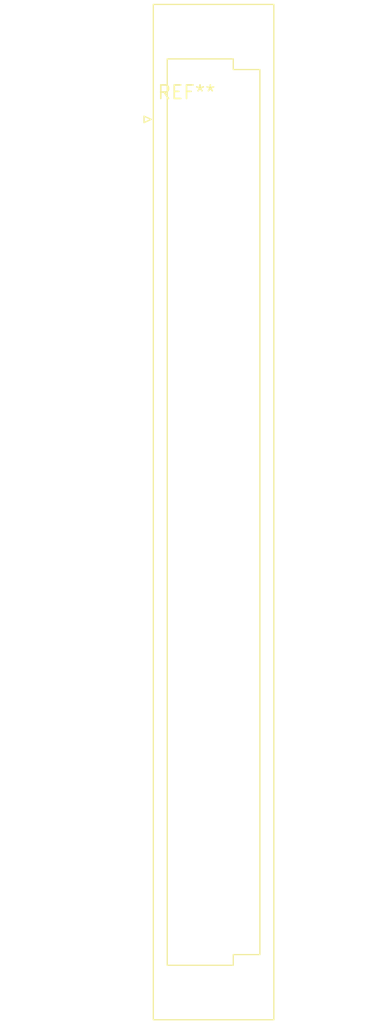
<source format=kicad_pcb>
(kicad_pcb (version 20240108) (generator pcbnew)
  (layers (0 "F.Cu" signal) (31 "B.Cu" signal) (34 "B.Paste" user) (35 "F.Paste" user) (36 "B.SilkS" user "B.Silkscreen") (37 "F.SilkS" user "F.Silkscreen") (38 "B.Mask" user) (39 "F.Mask" user) (44 "Edge.Cuts" user))
  (net 0 "")
  (footprint "DIN41612_R_2x16_Male_Vertical_THT" (layer "F.Cu") (at 0 0)
    (property "Reference" "REF**")
    (property "Value" "DIN41612_R_2x16_Male_Vertical_THT")
    (fp_line (start -3.99 2.24) (end -3.99 2.84) (layer "F.SilkS") (stroke (width 0.12)))
    (fp_line (start -3.99 2.84) (end -3.31 2.54) (layer "F.SilkS") (stroke (width 0.12)))
    (fp_line (start -3.31 2.54) (end -3.99 2.24) (layer "F.SilkS") (stroke (width 0.12)))
    (fp_line (start -3.12 -8.24) (end 8.2 -8.24) (layer "F.SilkS") (stroke (width 0.12)))
    (fp_line (start -3.12 86.98) (end -3.12 -8.24) (layer "F.SilkS") (stroke (width 0.12)))
    (fp_line (start -1.81 -3.131) (end 4.39 -3.131) (layer "F.SilkS") (stroke (width 0.12)))
    (fp_line (start -1.81 81.87) (end -1.81 -3.131) (layer "F.SilkS") (stroke (width 0.12)))
    (fp_line (start 4.39 -3.131) (end 4.39 -2.131) (layer "F.SilkS") (stroke (width 0.12)))
    (fp_line (start 4.39 -2.131) (end 6.89 -2.131) (layer "F.SilkS") (stroke (width 0.12)))
    (fp_line (start 4.39 80.87) (end 4.39 81.87) (layer "F.SilkS") (stroke (width 0.12)))
    (fp_line (start 4.39 81.87) (end -1.81 81.87) (layer "F.SilkS") (stroke (width 0.12)))
    (fp_line (start 6.89 -2.131) (end 6.89 80.87) (layer "F.SilkS") (stroke (width 0.12)))
    (fp_line (start 6.89 80.87) (end 4.39 80.87) (layer "F.SilkS") (stroke (width 0.12)))
    (fp_line (start 8.2 -8.24) (end 8.2 86.98) (layer "F.SilkS") (stroke (width 0.12)))
    (fp_line (start 8.2 86.98) (end -3.12 86.98) (layer "F.SilkS") (stroke (width 0.12)))
    (pad "" np_thru_hole circle (at 2.24 -5.63) (size 2.85 2.85) (drill 2.85) (layers *.Cu *.Mask))
    (pad "" np_thru_hole circle (at 2.24 84.37) (size 2.85 2.85) (drill 2.85) (layers *.Cu *.Mask))
    (pad "a2" thru_hole roundrect (at 0 2.54) (size 1.55 1.55) (drill 1) (layers *.Cu *.Mask) (remove_unused_layers) (roundrect_rratio 0.16129))
    (pad "a4" thru_hole circle (at 0 7.62) (size 1.55 1.55) (drill 1) (layers *.Cu *.Mask) (remove_unused_layers))
    (pad "a6" thru_hole circle (at 0 12.7) (size 1.55 1.55) (drill 1) (layers *.Cu *.Mask) (remove_unused_layers))
    (pad "a8" thru_hole circle (at 0 17.78) (size 1.55 1.55) (drill 1) (layers *.Cu *.Mask) (remove_unused_layers))
    (pad "a10" thru_hole circle (at 0 22.86) (size 1.55 1.55) (drill 1) (layers *.Cu *.Mask) (remove_unused_layers))
    (pad "a12" thru_hole circle (at 0 27.94) (size 1.55 1.55) (drill 1) (layers *.Cu *.Mask) (remove_unused_layers))
    (pad "a14" thru_hole circle (at 0 33.02) (size 1.55 1.55) (drill 1) (layers *.Cu *.Mask) (remove_unused_layers))
    (pad "a16" thru_hole circle (at 0 38.1) (size 1.55 1.55) (drill 1) (layers *.Cu *.Mask) (remove_unused_layers))
    (pad "a18" thru_hole circle (at 0 43.18) (size 1.55 1.55) (drill 1) (layers *.Cu *.Mask) (remove_unused_layers))
    (pad "a20" thru_hole circle (at 0 48.26) (size 1.55 1.55) (drill 1) (layers *.Cu *.Mask) (remove_unused_layers))
    (pad "a22" thru_hole circle (at 0 53.34) (size 1.55 1.55) (drill 1) (layers *.Cu *.Mask) (remove_unused_layers))
    (pad "a24" thru_hole circle (at 0 58.42) (size 1.55 1.55) (drill 1) (layers *.Cu *.Mask) (remove_unused_layers))
    (pad "a26" thru_hole circle (at 0 63.5) (size 1.55 1.55) (drill 1) (layers *.Cu *.Mask) (remove_unused_layers))
    (pad "a28" thru_hole circle (at 0 68.58) (size 1.55 1.55) (drill 1) (layers *.Cu *.Mask) (remove_unused_layers))
    (pad "a30" thru_hole circle (at 0 73.66) (size 1.55 1.55) (drill 1) (layers *.Cu *.Mask) (remove_unused_layers))
    (pad "a32" thru_hole circle (at 0 78.74) (size 1.55 1.55) (drill 1) (layers *.Cu *.Mask) (remove_unused_layers))
    (pad "c2" thru_hole circle (at 5.08 2.54) (size 1.55 1.55) (drill 1) (layers *.Cu *.Mask) (remove_unused_layers))
    (pad "c4" thru_hole circle (at 5.08 7.62) (size 1.55 1.55) (drill 1) (layers *.Cu *.Mask) (remove_unused_layers))
    (pad "c6" thru_hole circle (at 5.08 12.7) (size 1.55 1.55) (drill 1) (layers *.Cu *.Mask) (remove_unused_layers))
    (pad "c8" thru_hole circle (at 5.08 17.78) (size 1.55 1.55) (drill 1) (layers *.Cu *.Mask) (remove_unused_layers))
    (pad "c10" thru_hole circle (at 5.08 22.86) (size 1.55 1.55) (drill 1) (layers *.Cu *.Mask) (remove_unused_layers))
    (pad "c12" thru_hole circle (at 5.08 27.94) (size 1.55 1.55) (drill 1) (layers *.Cu *.Mask) (remove_unused_layers))
    (pad "c14" thru_hole circle (at 5.08 33.02) (size 1.55 1.55) (drill 1) (layers *.Cu *.Mask) (remove_unused_layers))
    (pad "c16" thru_hole circle (at 5.08 38.1) (size 1.55 1.55) (drill 1) (layers *.Cu *.Mask) (remove_unused_layers))
    (pad "c18" thru_hole circle (at 5.08 43.18) (size 1.55 1.55) (drill 1) (layers *.Cu *.Mask) (remove_unused_layers))
    (pad "c20" thru_hole circle (at 5.08 48.26) (size 1.55 1.55) (drill 1) (layers *.Cu *.Mask) (remove_unused_layers))
    (pad "c22" thru_hole circle (at 5.08 53.34) (size 1.55 1.55) (drill 1) (layers *.Cu *.Mask) (remove_unused_layers))
    (pad "c24" thru_hole circle (at 5.08 58.42) (size 1.55 1.55) (drill 1) (layers *.Cu *.Mask) (remove_unused_layers))
    (pad "c26" thru_hole circle (at 5.08 63.5) (size 1.55 1.55) (drill 1) (layers *.Cu *.Mask) (remove_unused_layers))
    (pad "c28" thru_hole circle (at 5.08 68.58) (size 1.55 1.55) (drill 1) (layers *.Cu *.Mask) (remove_unused_layers))
    (pad "c30" thru_hole circle (at 5.08 73.66) (size 1.55 1.55) (drill 1) (layers *.Cu *.Mask) (remove_unused_layers))
    (pad "c32" thru_hole circle (at 5.08 78.74) (size 1.55 1.55) (drill 1) (layers *.Cu *.Mask) (remove_unused_layers))
  )
)
</source>
